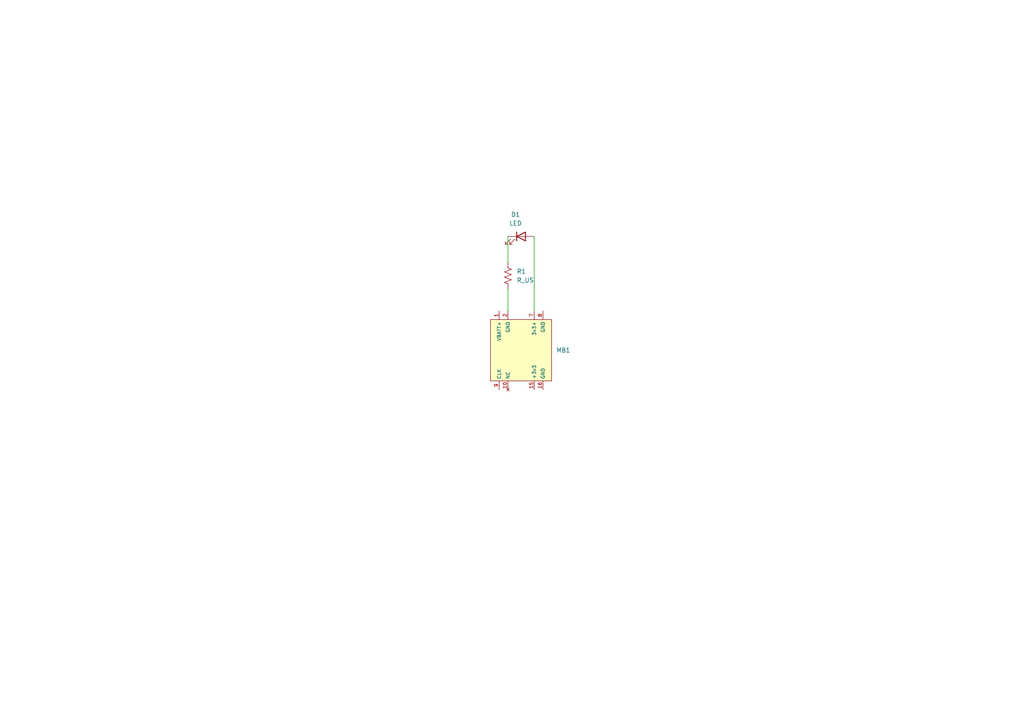
<source format=kicad_sch>
(kicad_sch (version 20250114) (generator "eeschema") (generator_version "9.0")
  (paper "A4")
  (lib_symbols
    (symbol "Device:LED" (pin_numbers (hide yes)) (pin_names (offset 1.016) (hide yes))
      (property "Reference" "D" (at 0 2.54 0))
      (property "Value" "LED" (at 0 -2.54 0))
      (symbol "LED_0_1"
        (polyline (pts (xy -3.048 -0.762) (xy -4.572 -2.286) (xy -3.81 -2.286) (xy -4.572 -2.286) (xy -4.572 -1.524)))
        (polyline (pts (xy -1.778 -0.762) (xy -3.302 -2.286) (xy -2.54 -2.286) (xy -3.302 -2.286) (xy -3.302 -1.524)))
        (polyline (pts (xy -1.27 0) (xy 1.27 0)))
        (polyline (pts (xy -1.27 -1.27) (xy -1.27 1.27)) (stroke (width 0.254)))
        (polyline (pts (xy 1.27 -1.27) (xy 1.27 1.27) (xy -1.27 0) (xy 1.27 -1.27)) (stroke (width 0.254)))
      )
      (symbol "LED_1_1"
        (pin passive line (at -3.81 0 0) (length 2.54) (name "K") (number "1"))
        (pin passive line (at 3.81 0 180) (length 2.54) (name "A") (number "2"))
      )
    )
    (symbol "Device:R_US" (pin_numbers (hide yes)) (pin_names (offset 0))
      (property "Reference" "R" (at 2.54 0 90))
      (property "Value" "R_US" (at -2.54 0 90))
      (symbol "R_US_0_1"
        (polyline (pts (xy 0 2.286) (xy 0 2.54)))
        (polyline (pts (xy 0 2.286) (xy 1.016 1.905) (xy 0 1.524) (xy -1.016 1.143) (xy 0 0.762)))
        (polyline (pts (xy 0 0.762) (xy 1.016 0.381) (xy 0 0) (xy -1.016 -0.381) (xy 0 -0.762)))
        (polyline (pts (xy 0 -0.762) (xy 1.016 -1.143) (xy 0 -1.524) (xy -1.016 -1.905) (xy 0 -2.286)))
        (polyline (pts (xy 0 -2.286) (xy 0 -2.54)))
      )
      (symbol "R_US_1_1"
        (pin passive line (at 0 3.81 270) (length 1.27) (name "~") (number "1"))
        (pin passive line (at 0 -3.81 90) (length 1.27) (name "~") (number "2"))
      )
    )
    (symbol "MiniBadge:MiniBadge_Simple"
      (property "Reference" "MB" (at 0 0 0))
      (symbol "MiniBadge_Simple_1_1"
        (rectangle (start -8.89 8.89) (end 8.89 -8.89) (fill (type background)))
        (pin power_in line (at -6.35 11.43 270) (length 2.54) (name "VBATT+") (number "1"))
        (pin output line (at -6.35 -11.43 90) (length 2.54) (name "CLK") (number "9"))
        (pin power_in line (at -3.81 11.43 270) (length 2.54) (name "GND") (number "2"))
        (pin no_connect line (at -3.81 -11.43 90) (length 2.54) (name "NC") (number "10"))
        (pin power_in line (at 3.81 11.43 270) (length 2.54) (name "3v3+") (number "7"))
        (pin power_out line (at 3.81 -11.43 90) (length 2.54) (name "+3v3") (number "15"))
        (pin power_in line (at 6.35 11.43 270) (length 2.54) (name "GND") (number "8"))
        (pin power_out line (at 6.35 -11.43 90) (length 2.54) (name "GND") (number "16"))
      )
    )
  )
  (wire (pts (xy 154.94 68.58) (xy 154.94 90.17)))
  (wire (pts (xy 147.32 83.82) (xy 147.32 90.17)))
  (wire (pts (xy 147.32 68.58) (xy 147.32 76.2)))
  (symbol (lib_id "Device:R_US") (at 147.32 80.01 0) (unit 1)
    (property "Reference" "R1" (at 149.86 78.7399 0) (effects (justify left)))
    (property "Value" "R_US" (at 149.86 81.2799 0) (effects (justify left)))
    (property "Footprint" "Resistor_SMD:R_1206_3216Metric_Pad1.30x1.75mm_HandSolder" (effects (hide yes)))
    (property "Description" "Resistor, US symbol" (effects (hide yes)))
  )
  (symbol (lib_id "Device:LED") (at 151.13 68.58 0) (unit 1)
    (property "Reference" "D1" (at 149.5425 62.23 0))
    (property "Value" "LED" (at 149.5425 64.77 0))
    (property "Footprint" "LED_SMD:LED_1206_3216Metric_Pad1.42x1.75mm_HandSolder" (effects (hide yes)))
    (property "Description" "Light emitting diode" (effects (hide yes)))
    (property "Sim.Pins" "1=K 2=A" (effects (hide yes)))
  )
  (symbol (lib_id "MiniBadge:MiniBadge_Simple") (at 151.13 101.6 0) (unit 1)
    (property "Reference" "MB1" (at 161.29 101.5999 0) (effects (justify left)))
    (property "Footprint" "MiniBadge:MiniBadge_Simple_Edge_Curved" (effects (hide yes)))
    (property "Description" "MiniBadge with Basic Headers" (effects (hide yes)))
  )
)
</source>
